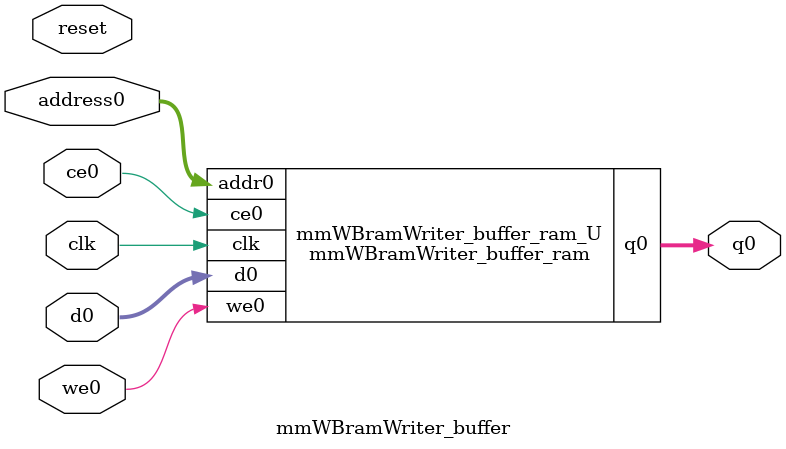
<source format=v>
`timescale 1 ns / 1 ps
module mmWBramWriter_buffer_ram (addr0, ce0, d0, we0, q0,  clk);

parameter DWIDTH = 128;
parameter AWIDTH = 5;
parameter MEM_SIZE = 32;

input[AWIDTH-1:0] addr0;
input ce0;
input[DWIDTH-1:0] d0;
input we0;
output reg[DWIDTH-1:0] q0;
input clk;

reg [DWIDTH-1:0] ram[0:MEM_SIZE-1];




always @(posedge clk)  
begin 
    if (ce0) begin
        if (we0) 
            ram[addr0] <= d0; 
        q0 <= ram[addr0];
    end
end


endmodule

`timescale 1 ns / 1 ps
module mmWBramWriter_buffer(
    reset,
    clk,
    address0,
    ce0,
    we0,
    d0,
    q0);

parameter DataWidth = 32'd128;
parameter AddressRange = 32'd32;
parameter AddressWidth = 32'd5;
input reset;
input clk;
input[AddressWidth - 1:0] address0;
input ce0;
input we0;
input[DataWidth - 1:0] d0;
output[DataWidth - 1:0] q0;



mmWBramWriter_buffer_ram mmWBramWriter_buffer_ram_U(
    .clk( clk ),
    .addr0( address0 ),
    .ce0( ce0 ),
    .we0( we0 ),
    .d0( d0 ),
    .q0( q0 ));

endmodule


</source>
